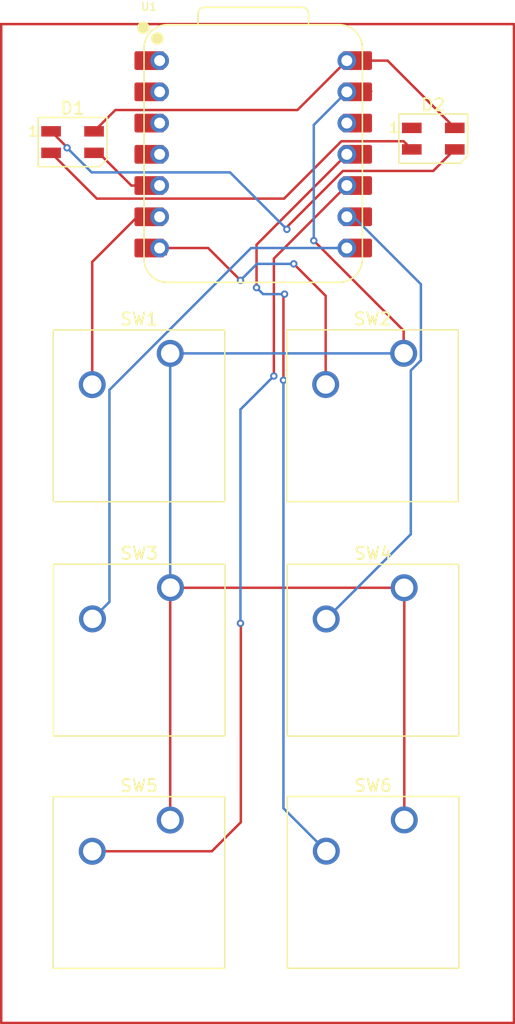
<source format=kicad_pcb>
(kicad_pcb (version 20241229) (generator "pcbnew") (generator_version "9.0")
  (layers (0 "F.Cu" signal) (2 "B.Cu" signal) (13 "F.Paste" user) (15 "B.Paste" user) (5 "F.SilkS" user "F.Silkscreen") (7 "B.SilkS" user "B.Silkscreen") (1 "F.Mask" user) (3 "B.Mask" user) (25 "Edge.Cuts" user))
  (net 0 "")
  (net 1 "+5V")
  (net 2 "GND")
  (net 3 "Net-(D1-DOUT)")
  (net 4 "Net-(D1-DIN)")
  (net 6 "Net-(U1-GPIO7{slash}SCL)")
  (net 7 "Net-(U1-GPIO0{slash}TX)")
  (net 8 "Net-(U1-GPIO1{slash}RX)")
  (net 9 "Net-(U1-GPIO2{slash}SCK)")
  (net 10 "Net-(U1-GPIO4{slash}MISO)")
  (net 11 "Net-(U1-GPIO3{slash}MOSI)")
  (net 12 "Net-(D1-VSS)")
  (footprint "Button_Switch_Keyboard:SW_Cherry_MX_1.00u_PCB" (layer "F.Cu") (at 212.17 80.28)
    (property "Reference" "SW2" (at -2.54 -2.794 0) (layer "F.SilkS"))
    (property "Value" "SW_Push")
    (fp_line (start -9.525 -1.905) (end 4.445 -1.905) (stroke (width 0.12)) (layer "F.SilkS"))
    (fp_line (start -9.525 12.065) (end -9.525 -1.905) (stroke (width 0.12)) (layer "F.SilkS"))
    (fp_line (start 4.445 -1.905) (end 4.445 12.065) (stroke (width 0.12)) (layer "F.SilkS"))
    (fp_line (start 4.445 12.065) (end -9.525 12.065) (stroke (width 0.12)) (layer "F.SilkS"))
    (pad "" np_thru_hole circle (at -7.62 5.08) (size 1.7 1.7) (drill 1.7) (layers "*.Cu" "*.Mask"))
    (pad "" np_thru_hole circle (at -2.54 5.08) (size 4 4) (drill 4) (layers "*.Cu" "*.Mask"))
    (pad "" np_thru_hole circle (at 2.54 5.08) (size 1.7 1.7) (drill 1.7) (layers "*.Cu" "*.Mask"))
    (pad "1" thru_hole circle (at 0 0) (size 2.2 2.2) (drill 1.5) (layers "*.Cu" "*.Mask") (net 2 "GND"))
    (pad "2" thru_hole circle (at -6.35 2.54) (size 2.2 2.2) (drill 1.5) (layers "*.Cu" "*.Mask") (net 7 "Net-(U1-GPIO0{slash}TX)"))
  )
  (footprint "Button_Switch_Keyboard:SW_Cherry_MX_1.00u_PCB" (layer "F.Cu") (at 212.22 118.23)
    (property "Reference" "SW6" (at -2.54 -2.794 0) (layer "F.SilkS"))
    (property "Value" "SW_Push")
    (fp_line (start -9.525 -1.905) (end 4.445 -1.905) (stroke (width 0.12)) (layer "F.SilkS"))
    (fp_line (start -9.525 12.065) (end -9.525 -1.905) (stroke (width 0.12)) (layer "F.SilkS"))
    (fp_line (start 4.445 -1.905) (end 4.445 12.065) (stroke (width 0.12)) (layer "F.SilkS"))
    (fp_line (start 4.445 12.065) (end -9.525 12.065) (stroke (width 0.12)) (layer "F.SilkS"))
    (pad "" np_thru_hole circle (at -7.62 5.08) (size 1.7 1.7) (drill 1.7) (layers "*.Cu" "*.Mask"))
    (pad "" np_thru_hole circle (at -2.54 5.08) (size 4 4) (drill 4) (layers "*.Cu" "*.Mask"))
    (pad "" np_thru_hole circle (at 2.54 5.08) (size 1.7 1.7) (drill 1.7) (layers "*.Cu" "*.Mask"))
    (pad "1" thru_hole circle (at 0 0) (size 2.2 2.2) (drill 1.5) (layers "*.Cu" "*.Mask") (net 2 "GND"))
    (pad "2" thru_hole circle (at -6.35 2.54) (size 2.2 2.2) (drill 1.5) (layers "*.Cu" "*.Mask") (net 11 "Net-(U1-GPIO3{slash}MOSI)"))
  )
  (footprint "LED_SMD:LED_SK6812MINI_PLCC4_3.5x3.5mm_P1.75mm" (layer "F.Cu") (at 185.21 63.105)
    (property "Reference" "D1" (at 0 -2.75 0) (layer "F.SilkS"))
    (property "Value" "SK6812MINI")
    (fp_line (start -2.8 -2) (end -2.8 2) (stroke (width 0.12)) (layer "F.SilkS"))
    (fp_line (start -2.8 -2) (end 2.8 -2) (stroke (width 0.12)) (layer "F.SilkS"))
    (fp_line (start -2.8 2) (end 2.2 2) (stroke (width 0.12)) (layer "F.SilkS"))
    (fp_line (start 2.8 1.4) (end 2.2 2) (stroke (width 0.12)) (layer "F.SilkS"))
    (fp_line (start 2.8 1.4) (end 2.8 -2) (stroke (width 0.12)) (layer "F.SilkS"))
    (fp_text user "1" (at -3.2 -0.875 0) (layer "F.SilkS") (effects (font (size 0.8 0.8))))
    (pad "1" smd rect (at -1.75 -0.875) (size 1.6 0.85) (layers "F.Cu" "F.Mask" "F.Paste") (net 3 "Net-(D1-DOUT)"))
    (pad "2" smd rect (at -1.75 0.875) (size 1.6 0.85) (layers "F.Cu" "F.Mask" "F.Paste") (net 12 "Net-(D1-VSS)"))
    (pad "3" smd rect (at 1.75 0.875) (size 1.6 0.85) (layers "F.Cu" "F.Mask" "F.Paste") (net 4 "Net-(D1-DIN)"))
    (pad "4" smd rect (at 1.75 -0.875) (size 1.6 0.85) (layers "F.Cu" "F.Mask" "F.Paste") (net 1 "+5V"))
  )
  (footprint "LED_SMD:LED_SK6812MINI_PLCC4_3.5x3.5mm_P1.75mm" (layer "F.Cu") (at 214.58 62.825)
    (property "Reference" "D2" (at 0 -2.75 0) (layer "F.SilkS"))
    (property "Value" "SK6812MINI")
    (fp_line (start -2.8 -2) (end -2.8 2) (stroke (width 0.12)) (layer "F.SilkS"))
    (fp_line (start -2.8 -2) (end 2.8 -2) (stroke (width 0.12)) (layer "F.SilkS"))
    (fp_line (start -2.8 2) (end 2.2 2) (stroke (width 0.12)) (layer "F.SilkS"))
    (fp_line (start 2.8 1.4) (end 2.2 2) (stroke (width 0.12)) (layer "F.SilkS"))
    (fp_line (start 2.8 1.4) (end 2.8 -2) (stroke (width 0.12)) (layer "F.SilkS"))
    (fp_text user "1" (at -3.2 -0.875 0) (layer "F.SilkS") (effects (font (size 0.8 0.8))))
    (pad "1" smd rect (at -1.75 -0.875) (size 1.6 0.85) (layers "F.Cu" "F.Mask" "F.Paste"))
    (pad "2" smd rect (at -1.75 0.875) (size 1.6 0.85) (layers "F.Cu" "F.Mask" "F.Paste") (net 12 "Net-(D1-VSS)"))
    (pad "3" smd rect (at 1.75 0.875) (size 1.6 0.85) (layers "F.Cu" "F.Mask" "F.Paste") (net 3 "Net-(D1-DOUT)"))
    (pad "4" smd rect (at 1.75 -0.875) (size 1.6 0.85) (layers "F.Cu" "F.Mask" "F.Paste") (net 1 "+5V"))
  )
  (footprint "Button_Switch_Keyboard:SW_Cherry_MX_1.00u_PCB" (layer "F.Cu") (at 193.18 99.34)
    (property "Reference" "SW3" (at -2.54 -2.794 0) (layer "F.SilkS"))
    (property "Value" "SW_Push")
    (fp_line (start -9.525 -1.905) (end 4.445 -1.905) (stroke (width 0.12)) (layer "F.SilkS"))
    (fp_line (start -9.525 12.065) (end -9.525 -1.905) (stroke (width 0.12)) (layer "F.SilkS"))
    (fp_line (start 4.445 -1.905) (end 4.445 12.065) (stroke (width 0.12)) (layer "F.SilkS"))
    (fp_line (start 4.445 12.065) (end -9.525 12.065) (stroke (width 0.12)) (layer "F.SilkS"))
    (pad "" np_thru_hole circle (at -7.62 5.08) (size 1.7 1.7) (drill 1.7) (layers "*.Cu" "*.Mask"))
    (pad "" np_thru_hole circle (at -2.54 5.08) (size 4 4) (drill 4) (layers "*.Cu" "*.Mask"))
    (pad "" np_thru_hole circle (at 2.54 5.08) (size 1.7 1.7) (drill 1.7) (layers "*.Cu" "*.Mask"))
    (pad "1" thru_hole circle (at 0 0) (size 2.2 2.2) (drill 1.5) (layers "*.Cu" "*.Mask") (net 2 "GND"))
    (pad "2" thru_hole circle (at -6.35 2.54) (size 2.2 2.2) (drill 1.5) (layers "*.Cu" "*.Mask") (net 8 "Net-(U1-GPIO1{slash}RX)"))
  )
  (footprint "Button_Switch_Keyboard:SW_Cherry_MX_1.00u_PCB" (layer "F.Cu") (at 193.16 118.24)
    (property "Reference" "SW5" (at -2.54 -2.794 0) (layer "F.SilkS"))
    (property "Value" "SW_Push")
    (fp_line (start -9.525 -1.905) (end 4.445 -1.905) (stroke (width 0.12)) (layer "F.SilkS"))
    (fp_line (start -9.525 12.065) (end -9.525 -1.905) (stroke (width 0.12)) (layer "F.SilkS"))
    (fp_line (start 4.445 -1.905) (end 4.445 12.065) (stroke (width 0.12)) (layer "F.SilkS"))
    (fp_line (start 4.445 12.065) (end -9.525 12.065) (stroke (width 0.12)) (layer "F.SilkS"))
    (pad "" np_thru_hole circle (at -7.62 5.08) (size 1.7 1.7) (drill 1.7) (layers "*.Cu" "*.Mask"))
    (pad "" np_thru_hole circle (at -2.54 5.08) (size 4 4) (drill 4) (layers "*.Cu" "*.Mask"))
    (pad "" np_thru_hole circle (at 2.54 5.08) (size 1.7 1.7) (drill 1.7) (layers "*.Cu" "*.Mask"))
    (pad "1" thru_hole circle (at 0 0) (size 2.2 2.2) (drill 1.5) (layers "*.Cu" "*.Mask") (net 2 "GND"))
    (pad "2" thru_hole circle (at -6.35 2.54) (size 2.2 2.2) (drill 1.5) (layers "*.Cu" "*.Mask") (net 10 "Net-(U1-GPIO4{slash}MISO)"))
  )
  (footprint "OPL:XIAO-RP2040-DIP" (layer "F.Cu") (at 199.92 64.1)
    (property "Reference" "U1" (at -8.5 -12 0) (layer "F.SilkS") (effects (font (size 0.635 0.635) (thickness 0.1016))))
    (property "Value" "XIAO-RP2040-DIP")
    (fp_line (start -8.89 8.509) (end -8.89 -8.636) (stroke (width 0.127)) (layer "F.SilkS"))
    (fp_line (start -6.985 10.414) (end 6.985 10.414) (stroke (width 0.127)) (layer "F.SilkS"))
    (fp_line (start -4.495 -10.541) (end -4.491272 -11.451272) (stroke (width 0.127)) (layer "F.SilkS"))
    (fp_line (start -3.991272 -11.951) (end 4.004 -11.951) (stroke (width 0.127)) (layer "F.SilkS"))
    (fp_line (start 4.504 -11.451) (end 4.504 -10.541) (stroke (width 0.127)) (layer "F.SilkS"))
    (fp_line (start 6.985 -10.541) (end -6.985 -10.541) (stroke (width 0.1)) (layer "F.SilkS"))
    (fp_line (start 6.985 -10.541) (end -6.985 -10.541) (stroke (width 0.127)) (layer "F.SilkS"))
    (fp_line (start 8.89 8.509) (end 8.89 -8.636) (stroke (width 0.127)) (layer "F.SilkS"))
    (fp_arc (start -8.89 -8.636) (mid -8.332038 -9.983038) (end -6.985 -10.541) (stroke (width 0.127)) (layer "F.SilkS"))
    (fp_arc (start -6.985 10.414) (mid -8.332038 9.856038) (end -8.89 8.509) (stroke (width 0.127)) (layer "F.SilkS"))
    (fp_arc (start -4.491272 -11.451272) (mid -4.344728 -11.80464) (end -3.991272 -11.951) (stroke (width 0.127)) (layer "F.SilkS"))
    (fp_arc (start 4.004 -11.951) (mid 4.357553 -11.804553) (end 4.504 -11.451) (stroke (width 0.127)) (layer "F.SilkS"))
    (fp_arc (start 6.985 -10.541) (mid 8.332038 -9.983038) (end 8.89 -8.636) (stroke (width 0.127)) (layer "F.SilkS"))
    (fp_arc (start 8.89 8.509) (mid 8.332038 9.856038) (end 6.985 10.414) (stroke (width 0.127)) (layer "F.SilkS"))
    (fp_circle (center -8.95 -10.3) (end -8.95 -10.554) (stroke (width 0.5)) (fill yes) (layer "F.SilkS"))
    (fp_circle (center -7.807 -9.42) (end -7.807 -9.674) (stroke (width 0.5)) (fill yes) (layer "F.SilkS"))
    (pad "1" smd roundrect (at -8.455 -7.62 180) (size 2.432 1.524) (layers "F.Cu" "F.Mask") (roundrect_rratio 0.1))
    (pad "1" thru_hole circle (at -7.62 -7.62 180) (size 1.524 1.524) (drill 0.889) (layers "*.Cu" "*.Mask"))
    (pad "2" smd roundrect (at -8.455 -5.08 180) (size 2.432 1.524) (layers "F.Cu" "F.Mask") (roundrect_rratio 0.1))
    (pad "2" thru_hole circle (at -7.62 -5.08 180) (size 1.524 1.524) (drill 0.889) (layers "*.Cu" "*.Mask"))
    (pad "3" smd roundrect (at -8.455 -2.54 180) (size 2.432 1.524) (layers "F.Cu" "F.Mask") (roundrect_rratio 0.1))
    (pad "3" thru_hole circle (at -7.62 -2.54 180) (size 1.524 1.524) (drill 0.889) (layers "*.Cu" "*.Mask"))
    (pad "4" smd roundrect (at -8.455 0 180) (size 2.432 1.524) (layers "F.Cu" "F.Mask") (roundrect_rratio 0.1))
    (pad "4" thru_hole circle (at -7.62 0 180) (size 1.524 1.524) (drill 0.889) (layers "*.Cu" "*.Mask"))
    (pad "5" smd roundrect (at -8.455 2.54 180) (size 2.432 1.524) (layers "F.Cu" "F.Mask") (roundrect_rratio 0.1) (net 4 "Net-(D1-DIN)"))
    (pad "5" thru_hole circle (at -7.62 2.54 180) (size 1.524 1.524) (drill 0.889) (layers "*.Cu" "*.Mask") (net 4 "Net-(D1-DIN)"))
    (pad "6" smd roundrect (at -8.455 5.08 180) (size 2.432 1.524) (layers "F.Cu" "F.Mask") (roundrect_rratio 0.1) (net 6 "Net-(U1-GPIO7{slash}SCL)"))
    (pad "6" thru_hole circle (at -7.62 5.08 180) (size 1.524 1.524) (drill 0.889) (layers "*.Cu" "*.Mask") (net 6 "Net-(U1-GPIO7{slash}SCL)"))
    (pad "7" smd roundrect (at -8.455 7.62 180) (size 2.432 1.524) (layers "F.Cu" "F.Mask") (roundrect_rratio 0.1) (net 7 "Net-(U1-GPIO0{slash}TX)"))
    (pad "7" thru_hole circle (at -7.62 7.62 180) (size 1.524 1.524) (drill 0.889) (layers "*.Cu" "*.Mask") (net 7 "Net-(U1-GPIO0{slash}TX)"))
    (pad "8" thru_hole circle (at 7.62 7.62) (size 1.524 1.524) (drill 0.889) (layers "*.Cu" "*.Mask") (net 8 "Net-(U1-GPIO1{slash}RX)"))
    (pad "8" smd roundrect (at 8.455 7.62) (size 2.432 1.524) (layers "F.Cu" "F.Mask") (roundrect_rratio 0.1) (net 8 "Net-(U1-GPIO1{slash}RX)"))
    (pad "9" thru_hole circle (at 7.62 5.08) (size 1.524 1.524) (drill 0.889) (layers "*.Cu" "*.Mask") (net 9 "Net-(U1-GPIO2{slash}SCK)"))
    (pad "9" smd roundrect (at 8.455 5.08) (size 2.432 1.524) (layers "F.Cu" "F.Mask") (roundrect_rratio 0.1) (net 9 "Net-(U1-GPIO2{slash}SCK)"))
    (pad "10" thru_hole circle (at 7.62 2.54) (size 1.524 1.524) (drill 0.889) (layers "*.Cu" "*.Mask") (net 10 "Net-(U1-GPIO4{slash}MISO)"))
    (pad "10" smd roundrect (at 8.455 2.54) (size 2.432 1.524) (layers "F.Cu" "F.Mask") (roundrect_rratio 0.1) (net 10 "Net-(U1-GPIO4{slash}MISO)"))
    (pad "11" thru_hole circle (at 7.62 0) (size 1.524 1.524) (drill 0.889) (layers "*.Cu" "*.Mask") (net 11 "Net-(U1-GPIO3{slash}MOSI)"))
    (pad "11" smd roundrect (at 8.455 0) (size 2.432 1.524) (layers "F.Cu" "F.Mask") (roundrect_rratio 0.1) (net 11 "Net-(U1-GPIO3{slash}MOSI)"))
    (pad "12" thru_hole circle (at 7.62 -2.54) (size 1.524 1.524) (drill 0.889) (layers "*.Cu" "*.Mask"))
    (pad "12" smd roundrect (at 8.455 -2.54) (size 2.432 1.524) (layers "F.Cu" "F.Mask") (roundrect_rratio 0.1))
    (pad "13" thru_hole circle (at 7.62 -5.08) (size 1.524 1.524) (drill 0.889) (layers "*.Cu" "*.Mask") (net 2 "GND"))
    (pad "13" smd roundrect (at 8.455 -5.08) (size 2.432 1.524) (layers "F.Cu" "F.Mask") (roundrect_rratio 0.1) (net 2 "GND"))
    (pad "14" thru_hole circle (at 7.62 -7.62) (size 1.524 1.524) (drill 0.889) (layers "*.Cu" "*.Mask") (net 1 "+5V"))
    (pad "14" smd roundrect (at 8.455 -7.62) (size 2.432 1.524) (layers "F.Cu" "F.Mask") (roundrect_rratio 0.1) (net 1 "+5V"))
  )
  (footprint "Button_Switch_Keyboard:SW_Cherry_MX_1.00u_PCB" (layer "F.Cu") (at 193.16 80.29)
    (property "Reference" "SW1" (at -2.54 -2.794 0) (layer "F.SilkS"))
    (property "Value" "SW_Push")
    (fp_line (start -9.525 -1.905) (end 4.445 -1.905) (stroke (width 0.12)) (layer "F.SilkS"))
    (fp_line (start -9.525 12.065) (end -9.525 -1.905) (stroke (width 0.12)) (layer "F.SilkS"))
    (fp_line (start 4.445 -1.905) (end 4.445 12.065) (stroke (width 0.12)) (layer "F.SilkS"))
    (fp_line (start 4.445 12.065) (end -9.525 12.065) (stroke (width 0.12)) (layer "F.SilkS"))
    (pad "" np_thru_hole circle (at -7.62 5.08) (size 1.7 1.7) (drill 1.7) (layers "*.Cu" "*.Mask"))
    (pad "" np_thru_hole circle (at -2.54 5.08) (size 4 4) (drill 4) (layers "*.Cu" "*.Mask"))
    (pad "" np_thru_hole circle (at 2.54 5.08) (size 1.7 1.7) (drill 1.7) (layers "*.Cu" "*.Mask"))
    (pad "1" thru_hole circle (at 0 0) (size 2.2 2.2) (drill 1.5) (layers "*.Cu" "*.Mask") (net 2 "GND"))
    (pad "2" thru_hole circle (at -6.35 2.54) (size 2.2 2.2) (drill 1.5) (layers "*.Cu" "*.Mask") (net 6 "Net-(U1-GPIO7{slash}SCL)"))
  )
  (footprint "Button_Switch_Keyboard:SW_Cherry_MX_1.00u_PCB" (layer "F.Cu") (at 212.21 99.35)
    (property "Reference" "SW4" (at -2.54 -2.794 0) (layer "F.SilkS"))
    (property "Value" "SW_Push")
    (fp_line (start -9.525 -1.905) (end 4.445 -1.905) (stroke (width 0.12)) (layer "F.SilkS"))
    (fp_line (start -9.525 12.065) (end -9.525 -1.905) (stroke (width 0.12)) (layer "F.SilkS"))
    (fp_line (start 4.445 -1.905) (end 4.445 12.065) (stroke (width 0.12)) (layer "F.SilkS"))
    (fp_line (start 4.445 12.065) (end -9.525 12.065) (stroke (width 0.12)) (layer "F.SilkS"))
    (pad "" np_thru_hole circle (at -7.62 5.08) (size 1.7 1.7) (drill 1.7) (layers "*.Cu" "*.Mask"))
    (pad "" np_thru_hole circle (at -2.54 5.08) (size 4 4) (drill 4) (layers "*.Cu" "*.Mask"))
    (pad "" np_thru_hole circle (at 2.54 5.08) (size 1.7 1.7) (drill 1.7) (layers "*.Cu" "*.Mask"))
    (pad "1" thru_hole circle (at 0 0) (size 2.2 2.2) (drill 1.5) (layers "*.Cu" "*.Mask") (net 2 "GND"))
    (pad "2" thru_hole circle (at -6.35 2.54) (size 2.2 2.2) (drill 1.5) (layers "*.Cu" "*.Mask") (net 9 "Net-(U1-GPIO2{slash}SCK)"))
  )
  (gr_rect (start 179.4 53.51) (end 221.15 134.74) (stroke (width 0.2)) (fill no) (layer "F.Cu"))
  (segment (start 210.86 56.48) (end 207.54 56.48) (width 0.2) (layer "F.Cu") (net 1))
  (segment (start 207.54 56.48) (end 203.523 60.497) (width 0.2) (layer "F.Cu") (net 1))
  (segment (start 203.523 60.497) (end 188.693 60.497) (width 0.2) (layer "F.Cu") (net 1))
  (segment (start 216.33 61.95) (end 210.86 56.48) (width 0.2) (layer "F.Cu") (net 1))
  (segment (start 188.693 60.497) (end 186.96 62.23) (width 0.2) (layer "F.Cu") (net 1))
  (segment (start 207.58 56.44) (end 207.54 56.48) (width 0.2) (layer "F.Cu") (net 1))
  (segment (start 212.22 118.23) (end 212.22 99.36) (width 0.2) (layer "F.Cu") (net 2))
  (segment (start 193.19 99.35) (end 193.18 99.34) (width 0.2) (layer "F.Cu") (net 2))
  (segment (start 209.53 58.98) (end 208.415 58.98) (width 0.2) (layer "F.Cu") (net 2))
  (segment (start 212.21 99.35) (end 193.19 99.35) (width 0.2) (layer "F.Cu") (net 2))
  (segment (start 212.17 80.28) (end 212.17 78.44) (width 0.2) (layer "F.Cu") (net 2))
  (segment (start 193.16 118.24) (end 193.16 99.36) (width 0.2) (layer "F.Cu") (net 2))
  (segment (start 193.16 99.36) (end 193.18 99.34) (width 0.2) (layer "F.Cu") (net 2))
  (segment (start 208.415 58.98) (end 208.375 59.02) (width 0.2) (layer "F.Cu") (net 2))
  (segment (start 212.17 78.44) (end 204.85 71.12) (width 0.2) (layer "F.Cu") (net 2))
  (segment (start 212.22 99.36) (end 212.21 99.35) (width 0.2) (layer "F.Cu") (net 2))
  (via (at 204.85 71.12) (size 0.6) (drill 0.3) (layers "F.Cu" "B.Cu") (net 2))
  (segment (start 193.16 99.32) (end 193.18 99.34) (width 0.2) (layer "B.Cu") (net 2))
  (segment (start 204.85 71.12) (end 204.85 61.71) (width 0.2) (layer "B.Cu") (net 2))
  (segment (start 204.85 61.71) (end 207.54 59.02) (width 0.2) (layer "B.Cu") (net 2))
  (segment (start 193.16 80.29) (end 212.16 80.29) (width 0.2) (layer "B.Cu") (net 2))
  (segment (start 193.16 80.29) (end 193.16 99.32) (width 0.2) (layer "B.Cu") (net 2))
  (segment (start 212.16 80.29) (end 212.17 80.28) (width 0.2) (layer "B.Cu") (net 2))
  (segment (start 216.33 63.7) (end 214.58 65.45) (width 0.2) (layer "F.Cu") (net 3))
  (segment (start 214.58 65.45) (end 207.22669 65.45) (width 0.2) (layer "F.Cu") (net 3))
  (segment (start 207.22669 65.45) (end 202.66 70.01669) (width 0.2) (layer "F.Cu") (net 3))
  (segment (start 202.66 70.01669) (end 202.66 70.2) (width 0.2) (layer "F.Cu") (net 3))
  (segment (start 184.760002 63.57) (end 184.760002 63.530002) (width 0.2) (layer "F.Cu") (net 3))
  (segment (start 184.760002 63.530002) (end 183.46 62.23) (width 0.2) (layer "F.Cu") (net 3))
  (via (at 184.760002 63.57) (size 0.6) (drill 0.3) (layers "F.Cu" "B.Cu") (net 3))
  (via (at 202.66 70.2) (size 0.6) (drill 0.3) (layers "F.Cu" "B.Cu") (net 3))
  (segment (start 198.03 65.57) (end 186.760002 65.57) (width 0.2) (layer "B.Cu") (net 3))
  (segment (start 186.760002 65.57) (end 184.760002 63.57) (width 0.2) (layer "B.Cu") (net 3))
  (segment (start 202.66 70.2) (end 198.03 65.57) (width 0.2) (layer "B.Cu") (net 3))
  (segment (start 187.335 63.98) (end 189.995 66.64) (width 0.2) (layer "F.Cu") (net 4))
  (segment (start 186.96 63.98) (end 187.335 63.98) (width 0.2) (layer "F.Cu") (net 4))
  (segment (start 192.77 66.64) (end 192.81 66.6) (width 0.2) (layer "F.Cu") (net 4))
  (segment (start 189.995 66.64) (end 192.3 66.64) (width 0.2) (layer "F.Cu") (net 4))
  (segment (start 186.33 63.99) (end 187.33 63.99) (width 0.2) (layer "F.Cu") (net 4))
  (segment (start 190.48 69.18) (end 192.3 69.18) (width 0.2) (layer "F.Cu") (net 6))
  (segment (start 191.465 69.18) (end 191.505 69.14) (width 0.2) (layer "F.Cu") (net 6))
  (segment (start 191.505 69.14) (end 191.975 69.14) (width 0.2) (layer "F.Cu") (net 6))
  (segment (start 186.81 82.83) (end 186.81 72.85) (width 0.2) (layer "F.Cu") (net 6))
  (segment (start 186.81 72.85) (end 190.48 69.18) (width 0.2) (layer "F.Cu") (net 6))
  (segment (start 192.3 69.18) (end 191.465 69.18) (width 0.2) (layer "F.Cu") (net 6))
  (segment (start 205.82 82.82) (end 205.82 75.61) (width 0.2) (layer "F.Cu") (net 7))
  (segment (start 205.82 75.61) (end 203.22 73.01) (width 0.2) (layer "F.Cu") (net 7))
  (segment (start 196.25 71.72) (end 192.3 71.72) (width 0.2) (layer "F.Cu") (net 7))
  (segment (start 198.88 74.35) (end 196.25 71.72) (width 0.2) (layer "F.Cu") (net 7))
  (segment (start 192.81 72.23) (end 192.81 71.68) (width 0.2) (layer "F.Cu") (net 7))
  (via (at 198.88 74.35) (size 0.6) (drill 0.3) (layers "F.Cu" "B.Cu") (net 7))
  (via (at 203.22 73.01) (size 0.6) (drill 0.3) (layers "F.Cu" "B.Cu") (net 7))
  (segment (start 200.22 73.01) (end 198.88 74.35) (width 0.2) (layer "B.Cu") (net 7))
  (segment (start 203.22 73.01) (end 200.22 73.01) (width 0.2) (layer "B.Cu") (net 7))
  (segment (start 188.211 83.257686) (end 199.748686 71.72) (width 0.2) (layer "B.Cu") (net 8))
  (segment (start 188.211 100.499) (end 188.211 83.257686) (width 0.2) (layer "B.Cu") (net 8))
  (segment (start 208.01 71.72) (end 208.05 71.68) (width 0.2) (layer "B.Cu") (net 8))
  (segment (start 199.748686 71.72) (end 208.01 71.72) (width 0.2) (layer "B.Cu") (net 8))
  (segment (start 186.83 101.88) (end 188.211 100.499) (width 0.2) (layer "B.Cu") (net 8))
  (segment (start 212.750314 81.681) (end 213.571 80.860314) (width 0.2) (layer "B.Cu") (net 9))
  (segment (start 208.09 69.18) (end 207.54 69.18) (width 0.2) (layer "B.Cu") (net 9))
  (segment (start 212.750314 94.999686) (end 212.750314 81.681) (width 0.2) (layer "B.Cu") (net 9))
  (segment (start 205.86 101.89) (end 212.750314 94.999686) (width 0.2) (layer "B.Cu") (net 9))
  (segment (start 213.571 74.661) (end 208.09 69.18) (width 0.2) (layer "B.Cu") (net 9))
  (segment (start 213.571 80.860314) (end 213.571 74.661) (width 0.2) (layer "B.Cu") (net 9))
  (segment (start 198.91 118.42) (end 198.91 102.27) (width 0.2) (layer "F.Cu") (net 10))
  (segment (start 201.6 82.13) (end 201.6 72.58) (width 0.2) (layer "F.Cu") (net 10))
  (segment (start 186.81 120.78) (end 196.55 120.78) (width 0.2) (layer "F.Cu") (net 10))
  (segment (start 198.91 102.27) (end 198.88 102.24) (width 0.2) (layer "F.Cu") (net 10))
  (segment (start 207.58 66.6) (end 208.05 66.6) (width 0.2) (layer "F.Cu") (net 10))
  (segment (start 196.55 120.78) (end 198.91 118.42) (width 0.2) (layer "F.Cu") (net 10))
  (segment (start 201.6 72.58) (end 207.54 66.64) (width 0.2) (layer "F.Cu") (net 10))
  (via (at 198.88 102.24) (size 0.6) (drill 0.3) (layers "F.Cu" "B.Cu") (net 10))
  (via (at 201.6 82.13) (size 0.6) (drill 0.3) (layers "F.Cu" "B.Cu") (net 10))
  (segment (start 198.88 84.85) (end 201.6 82.13) (width 0.2) (layer "B.Cu") (net 10))
  (segment (start 198.88 102.24) (end 198.88 84.85) (width 0.2) (layer "B.Cu") (net 10))
  (segment (start 200.19 74.94) (end 200.19 71.45) (width 0.2) (layer "F.Cu") (net 11))
  (segment (start 202.38 75.56) (end 202.47 75.47) (width 0.2) (layer "F.Cu") (net 11))
  (segment (start 208.01 64.1) (end 208.05 64.06) (width 0.2) (layer "F.Cu") (net 11))
  (segment (start 202.38 82.47) (end 202.38 75.56) (width 0.2) (layer "F.Cu") (net 11))
  (segment (start 200.19 71.45) (end 207.54 64.1) (width 0.2) (layer "F.Cu") (net 11))
  (via (at 202.38 82.47) (size 0.6) (drill 0.3) (layers "F.Cu" "B.Cu") (net 11))
  (via (at 202.47 75.47) (size 0.6) (drill 0.3) (layers "F.Cu" "B.Cu") (net 11))
  (via (at 200.19 74.94) (size 0.6) (drill 0.3) (layers "F.Cu" "B.Cu") (net 11))
  (segment (start 202.38 117.28) (end 202.38 82.47) (width 0.2) (layer "B.Cu") (net 11))
  (segment (start 202.47 75.47) (end 200.72 75.47) (width 0.2) (layer "B.Cu") (net 11))
  (segment (start 200.72 75.47) (end 200.19 74.94) (width 0.2) (layer "B.Cu") (net 11))
  (segment (start 205.87 120.77) (end 202.38 117.28) (width 0.2) (layer "B.Cu") (net 11))
  (segment (start 212.167 63.037) (end 212.83 63.7) (width 0.2) (layer "F.Cu") (net 12))
  (segment (start 187.183 67.703) (end 202.43369 67.703) (width 0.2) (layer "F.Cu") (net 12))
  (segment (start 202.43369 67.703) (end 207.09969 63.037) (width 0.2) (layer "F.Cu") (net 12))
  (segment (start 207.09969 63.037) (end 212.167 63.037) (width 0.2) (layer "F.Cu") (net 12))
  (segment (start 183.46 63.98) (end 187.183 67.703) (width 0.2) (layer "F.Cu") (net 12))
)
</source>
